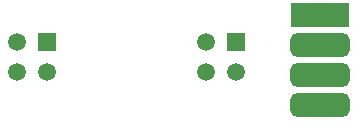
<source format=gbr>
%TF.GenerationSoftware,Altium Limited,Altium Designer,21.2.2 (38)*%
G04 Layer_Color=255*
%FSLAX45Y45*%
%MOMM*%
%TF.SameCoordinates,2B2ADE3A-D6C2-4D68-935B-3E8D4F3A6811*%
%TF.FilePolarity,Positive*%
%TF.FileFunction,Pads,Top*%
%TF.Part,Single*%
G01*
G75*
%TA.AperFunction,ComponentPad*%
%ADD10R,1.50000X1.50000*%
%ADD11C,1.50000*%
G04:AMPARAMS|DCode=12|XSize=2mm|YSize=5mm|CornerRadius=0.5mm|HoleSize=0mm|Usage=FLASHONLY|Rotation=270.000|XOffset=0mm|YOffset=0mm|HoleType=Round|Shape=RoundedRectangle|*
%AMROUNDEDRECTD12*
21,1,2.00000,4.00000,0,0,270.0*
21,1,1.00000,5.00000,0,0,270.0*
1,1,1.00000,-2.00000,-0.50000*
1,1,1.00000,-2.00000,0.50000*
1,1,1.00000,2.00000,0.50000*
1,1,1.00000,2.00000,-0.50000*
%
%ADD12ROUNDEDRECTD12*%
%ADD13R,5.00000X2.00000*%
D10*
X2100000Y900000D02*
D03*
X500000D02*
D03*
D11*
X2100000Y646000D02*
D03*
X1846000Y900000D02*
D03*
Y646000D02*
D03*
X500000D02*
D03*
X246000Y900000D02*
D03*
Y646000D02*
D03*
D12*
X2810000Y372000D02*
D03*
Y626000D02*
D03*
Y880000D02*
D03*
D13*
Y1134000D02*
D03*
%TF.MD5,498057773d41fce957a6a8323f1f5564*%
M02*

</source>
